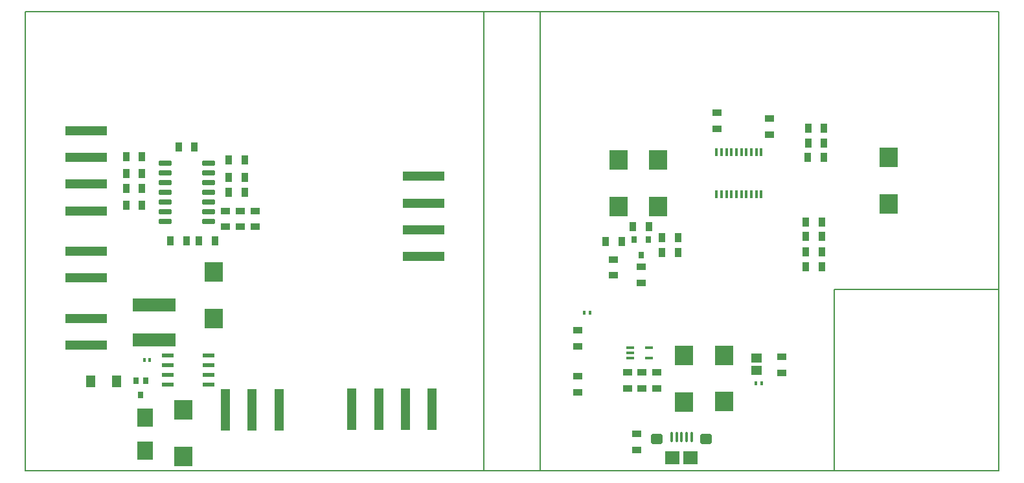
<source format=gbp>
G04*
G04 #@! TF.GenerationSoftware,Altium Limited,Altium Designer,21.2.2 (38)*
G04*
G04 Layer_Color=128*
%FSLAX44Y44*%
%MOMM*%
G71*
G04*
G04 #@! TF.SameCoordinates,1FAA2A19-5D32-44EB-9D88-0ED73DB0A834*
G04*
G04*
G04 #@! TF.FilePolarity,Positive*
G04*
G01*
G75*
%ADD11R,1.2000X0.9000*%
%ADD12R,5.5118X1.2954*%
%ADD13R,1.2954X5.5118*%
%ADD16R,0.9000X1.2000*%
%ADD31C,0.2000*%
%ADD33R,0.4000X0.6000*%
%ADD43R,2.1500X2.4500*%
%ADD49C,0.1930*%
G04:AMPARAMS|DCode=87|XSize=0.65mm|YSize=1.65mm|CornerRadius=0.0488mm|HoleSize=0mm|Usage=FLASHONLY|Rotation=270.000|XOffset=0mm|YOffset=0mm|HoleType=Round|Shape=RoundedRectangle|*
%AMROUNDEDRECTD87*
21,1,0.6500,1.5525,0,0,270.0*
21,1,0.5525,1.6500,0,0,270.0*
1,1,0.0975,-0.7763,-0.2763*
1,1,0.0975,-0.7763,0.2763*
1,1,0.0975,0.7763,0.2763*
1,1,0.0975,0.7763,-0.2763*
%
%ADD87ROUNDEDRECTD87*%
%ADD88R,2.4500X2.5500*%
%ADD89R,5.7000X1.8000*%
%ADD90R,1.5500X0.6000*%
%ADD91R,0.7000X0.9000*%
%ADD92R,1.2500X1.6500*%
%ADD93R,1.4000X1.3000*%
%ADD94R,1.9000X1.8000*%
G04:AMPARAMS|DCode=95|XSize=1.6mm|YSize=1.4mm|CornerRadius=0.35mm|HoleSize=0mm|Usage=FLASHONLY|Rotation=180.000|XOffset=0mm|YOffset=0mm|HoleType=Round|Shape=RoundedRectangle|*
%AMROUNDEDRECTD95*
21,1,1.6000,0.7000,0,0,180.0*
21,1,0.9000,1.4000,0,0,180.0*
1,1,0.7000,-0.4500,0.3500*
1,1,0.7000,0.4500,0.3500*
1,1,0.7000,0.4500,-0.3500*
1,1,0.7000,-0.4500,-0.3500*
%
%ADD95ROUNDEDRECTD95*%
%ADD96O,0.4000X1.3500*%
%ADD97R,1.0795X0.3500*%
%ADD98R,0.8000X0.9000*%
%ADD99R,0.4500X1.0500*%
D11*
X300736Y318852D02*
D03*
Y339852D02*
D03*
X281432Y318852D02*
D03*
Y339852D02*
D03*
X262128Y318852D02*
D03*
Y339852D02*
D03*
X988649Y127800D02*
D03*
Y148800D02*
D03*
X722499Y162400D02*
D03*
Y183400D02*
D03*
X722099Y123400D02*
D03*
Y102400D02*
D03*
X787249Y128800D02*
D03*
Y107800D02*
D03*
X806349Y128800D02*
D03*
Y107800D02*
D03*
X825349Y128800D02*
D03*
Y107800D02*
D03*
X799649Y47950D02*
D03*
Y26950D02*
D03*
X768999Y276300D02*
D03*
Y255300D02*
D03*
X804999Y266950D02*
D03*
Y245950D02*
D03*
X972699Y460700D02*
D03*
Y439700D02*
D03*
X904349Y447300D02*
D03*
Y468300D02*
D03*
D12*
X80010Y164136D02*
D03*
Y199136D02*
D03*
X520954Y385012D02*
D03*
Y350012D02*
D03*
Y315012D02*
D03*
Y280012D02*
D03*
X80036Y286968D02*
D03*
Y251968D02*
D03*
X80010Y444904D02*
D03*
Y409904D02*
D03*
Y374904D02*
D03*
Y339904D02*
D03*
D13*
X261672Y80010D02*
D03*
X296672D02*
D03*
X331672D02*
D03*
X427026Y80600D02*
D03*
X462026D02*
D03*
X497026D02*
D03*
X532026D02*
D03*
D16*
X221488Y423418D02*
D03*
X200488D02*
D03*
X286938Y406146D02*
D03*
X265938D02*
D03*
X226822Y300482D02*
D03*
X247822D02*
D03*
X287020Y383286D02*
D03*
X266020D02*
D03*
X287020Y364236D02*
D03*
X266020D02*
D03*
X131908Y410972D02*
D03*
X152908D02*
D03*
X131908Y388366D02*
D03*
X152908D02*
D03*
X131908Y368808D02*
D03*
X152908D02*
D03*
X131908Y347218D02*
D03*
X152908D02*
D03*
X189738Y300482D02*
D03*
X210738D02*
D03*
X815499Y319550D02*
D03*
X794499D02*
D03*
X832399Y305050D02*
D03*
X853399D02*
D03*
X853299Y285450D02*
D03*
X832299D02*
D03*
X758524Y299375D02*
D03*
X779524D02*
D03*
X1044349Y447800D02*
D03*
X1023349D02*
D03*
X1044449Y428650D02*
D03*
X1023449D02*
D03*
X1044249Y409500D02*
D03*
X1023249D02*
D03*
X1041499Y325450D02*
D03*
X1020499D02*
D03*
X1041499Y306400D02*
D03*
X1020499D02*
D03*
X1041349Y286000D02*
D03*
X1020349D02*
D03*
X1041449Y266950D02*
D03*
X1020449D02*
D03*
D31*
X0Y0D02*
X600000D01*
X0D02*
Y600000D01*
X600000Y0D02*
Y600000D01*
X0D02*
X600000D01*
X1273049Y484950D02*
Y600000D01*
X673049D02*
X1273049D01*
Y401700D02*
Y484950D01*
X1057499Y50D02*
Y236700D01*
X786299Y50D02*
X1057499D01*
Y236700D02*
X1273049D01*
X673049Y0D02*
X786049D01*
X673049Y461750D02*
X673049Y0D01*
X1273049Y236700D02*
Y401700D01*
X673049Y461750D02*
Y600000D01*
D33*
X155504Y144526D02*
D03*
X162504D02*
D03*
X955399Y114150D02*
D03*
X962399D02*
D03*
X731099Y206500D02*
D03*
X738099D02*
D03*
D43*
X157000Y26500D02*
D03*
Y69500D02*
D03*
D49*
X-25Y0D02*
Y600050D01*
Y0D02*
X1273073D01*
X-25Y600050D02*
X1273073D01*
X1273073Y0D01*
D87*
X239324Y402336D02*
D03*
Y389636D02*
D03*
Y376936D02*
D03*
Y364236D02*
D03*
Y351536D02*
D03*
Y338836D02*
D03*
Y326136D02*
D03*
X182824Y402336D02*
D03*
Y389636D02*
D03*
Y376936D02*
D03*
Y364236D02*
D03*
Y351536D02*
D03*
Y338836D02*
D03*
Y326136D02*
D03*
D88*
X246500Y259750D02*
D03*
Y199250D02*
D03*
X207000Y18750D02*
D03*
Y79250D02*
D03*
X827449Y406250D02*
D03*
Y345750D02*
D03*
X1128899Y348950D02*
D03*
Y409450D02*
D03*
X775399Y406150D02*
D03*
Y345650D02*
D03*
X861399Y90050D02*
D03*
Y150550D02*
D03*
X913399Y90350D02*
D03*
Y150850D02*
D03*
D89*
X169000Y171000D02*
D03*
Y217000D02*
D03*
D90*
X186000Y112450D02*
D03*
Y125150D02*
D03*
Y137850D02*
D03*
Y150550D02*
D03*
X240000D02*
D03*
Y137850D02*
D03*
Y125150D02*
D03*
Y112450D02*
D03*
D91*
X144500Y118000D02*
D03*
X157500D02*
D03*
X151000Y99000D02*
D03*
D92*
X119750Y117000D02*
D03*
X85250D02*
D03*
D93*
X956049Y130950D02*
D03*
Y146950D02*
D03*
D94*
X846049Y17150D02*
D03*
X870049D02*
D03*
D95*
X826049Y41650D02*
D03*
X890049D02*
D03*
D96*
X858049Y43900D02*
D03*
X864549D02*
D03*
X871049D02*
D03*
X845049D02*
D03*
X851549D02*
D03*
D97*
X815199Y147550D02*
D03*
Y160550D02*
D03*
X790942D02*
D03*
Y154050D02*
D03*
Y147550D02*
D03*
D98*
X805199Y282350D02*
D03*
X814699Y302350D02*
D03*
X795699D02*
D03*
D99*
X962199Y361200D02*
D03*
X955699D02*
D03*
X949199D02*
D03*
X942699D02*
D03*
X936199D02*
D03*
X929699D02*
D03*
X923199D02*
D03*
X916699D02*
D03*
X910199D02*
D03*
X903699D02*
D03*
X962199Y416700D02*
D03*
X955699D02*
D03*
X949199D02*
D03*
X942699D02*
D03*
X936199D02*
D03*
X929699D02*
D03*
X923199D02*
D03*
X916699D02*
D03*
X910199D02*
D03*
X903699D02*
D03*
M02*

</source>
